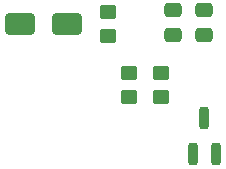
<source format=gbr>
%TF.GenerationSoftware,KiCad,Pcbnew,9.0.7-9.0.7~ubuntu24.04.1*%
%TF.CreationDate,2026-01-08T12:22:14+05:30*%
%TF.ProjectId,RPI_Cam3_RL,5250495f-4361-46d3-935f-524c2e6b6963,1.0.0*%
%TF.SameCoordinates,Original*%
%TF.FileFunction,Paste,Bot*%
%TF.FilePolarity,Positive*%
%FSLAX46Y46*%
G04 Gerber Fmt 4.6, Leading zero omitted, Abs format (unit mm)*
G04 Created by KiCad (PCBNEW 9.0.7-9.0.7~ubuntu24.04.1) date 2026-01-08 12:22:14*
%MOMM*%
%LPD*%
G01*
G04 APERTURE LIST*
G04 Aperture macros list*
%AMRoundRect*
0 Rectangle with rounded corners*
0 $1 Rounding radius*
0 $2 $3 $4 $5 $6 $7 $8 $9 X,Y pos of 4 corners*
0 Add a 4 corners polygon primitive as box body*
4,1,4,$2,$3,$4,$5,$6,$7,$8,$9,$2,$3,0*
0 Add four circle primitives for the rounded corners*
1,1,$1+$1,$2,$3*
1,1,$1+$1,$4,$5*
1,1,$1+$1,$6,$7*
1,1,$1+$1,$8,$9*
0 Add four rect primitives between the rounded corners*
20,1,$1+$1,$2,$3,$4,$5,0*
20,1,$1+$1,$4,$5,$6,$7,0*
20,1,$1+$1,$6,$7,$8,$9,0*
20,1,$1+$1,$8,$9,$2,$3,0*%
G04 Aperture macros list end*
%ADD10RoundRect,0.250000X0.475000X-0.337500X0.475000X0.337500X-0.475000X0.337500X-0.475000X-0.337500X0*%
%ADD11RoundRect,0.250000X1.000000X0.650000X-1.000000X0.650000X-1.000000X-0.650000X1.000000X-0.650000X0*%
%ADD12RoundRect,0.250000X0.450000X-0.350000X0.450000X0.350000X-0.450000X0.350000X-0.450000X-0.350000X0*%
%ADD13RoundRect,0.200000X0.200000X-0.750000X0.200000X0.750000X-0.200000X0.750000X-0.200000X-0.750000X0*%
%ADD14RoundRect,0.250000X-0.450000X0.350000X-0.450000X-0.350000X0.450000X-0.350000X0.450000X0.350000X0*%
G04 APERTURE END LIST*
D10*
%TO.C,C1*%
X218900000Y-112137500D03*
X218900000Y-110062500D03*
%TD*%
D11*
%TO.C,DP1*%
X207300000Y-111200000D03*
X203300000Y-111200000D03*
%TD*%
D12*
%TO.C,RP2*%
X215200000Y-117400000D03*
X215200000Y-115400000D03*
%TD*%
D13*
%TO.C,Q1*%
X219850000Y-122200000D03*
X217950000Y-122200000D03*
X218900000Y-119200000D03*
%TD*%
D10*
%TO.C,C2*%
X216200000Y-112137500D03*
X216200000Y-110062500D03*
%TD*%
D12*
%TO.C,RP1*%
X212500000Y-117400000D03*
X212500000Y-115400000D03*
%TD*%
D14*
%TO.C,F1*%
X210700000Y-110200000D03*
X210700000Y-112200000D03*
%TD*%
M02*

</source>
